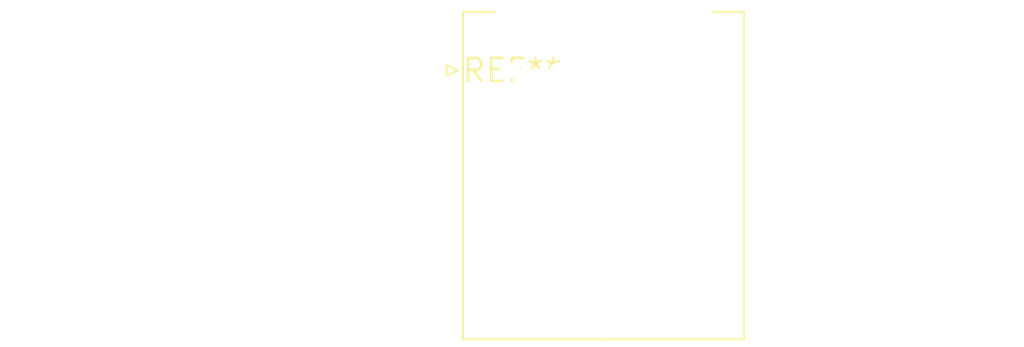
<source format=kicad_pcb>
(kicad_pcb (version 20240108) (generator pcbnew)
  (layers (0 "F.Cu" signal) (31 "B.Cu" signal) (34 "B.Paste" user) (35 "F.Paste" user) (36 "B.SilkS" user "B.Silkscreen") (37 "F.SilkS" user "F.Silkscreen") (38 "B.Mask" user) (39 "F.Mask" user) (44 "Edge.Cuts" user))
  (net 0 "")
  (footprint "JST_J2100_S10B-J21DK-GGXR_2x05_P2.50mm_Horizontal" (layer "F.Cu") (at 0 0)
    (property "Reference" "REF**")
    (property "Value" "JST_J2100_S10B-J21DK-GGXR_2x05_P2.50mm_Horizontal")
    (fp_line (start -3.6 -0.3) (end -3 0) (layer "F.SilkS") (stroke (width 0.12)))
    (fp_line (start -3.6 0.3) (end -3.6 -0.3) (layer "F.SilkS") (stroke (width 0.12)))
    (fp_line (start -3 0) (end -3.6 0.3) (layer "F.SilkS") (stroke (width 0.12)))
    (fp_line (start -2.71 -3.23) (end -2.71 14.79) (layer "F.SilkS") (stroke (width 0.12)))
    (fp_line (start -2.71 14.79) (end 5 14.79) (layer "F.SilkS") (stroke (width 0.12)))
    (fp_line (start -1 -3.23) (end -2.71 -3.23) (layer "F.SilkS") (stroke (width 0.12)))
    (fp_line (start 11 -3.23) (end 12.71 -3.23) (layer "F.SilkS") (stroke (width 0.12)))
    (fp_line (start 12.71 -3.23) (end 12.71 14.79) (layer "F.SilkS") (stroke (width 0.12)))
    (fp_line (start 12.71 14.79) (end 5 14.79) (layer "F.SilkS") (stroke (width 0.12)))
    (pad "" thru_hole circle (at 0 7) (size 3.4 3.4) (drill 2) (layers *.Cu *.Mask) (remove_unused_layers))
    (pad "" thru_hole circle (at 10 7) (size 3.4 3.4) (drill 2) (layers *.Cu *.Mask) (remove_unused_layers))
    (pad "1" thru_hole roundrect (at 0 0) (size 1.7 1.7) (drill 0.86) (layers *.Cu *.Mask) (remove_unused_layers) (roundrect_rratio 0.147059))
    (pad "2" thru_hole circle (at 2.5 0) (size 1.7 1.7) (drill 0.86) (layers *.Cu *.Mask) (remove_unused_layers))
    (pad "3" thru_hole circle (at 5 0) (size 1.7 1.7) (drill 0.86) (layers *.Cu *.Mask) (remove_unused_layers))
    (pad "4" thru_hole circle (at 7.5 0) (size 1.7 1.7) (drill 0.86) (layers *.Cu *.Mask) (remove_unused_layers))
    (pad "5" thru_hole circle (at 10 0) (size 1.7 1.7) (drill 0.86) (layers *.Cu *.Mask) (remove_unused_layers))
    (pad "6" thru_hole circle (at 0 -2.5) (size 1.7 1.7) (drill 0.86) (layers *.Cu *.Mask) (remove_unused_layers))
    (pad "7" thru_hole circle (at 2.5 -2.5) (size 1.7 1.7) (drill 0.86) (layers *.Cu *.Mask) (remove_unused_layers))
    (pad "8" thru_hole circle (at 5 -2.5) (size 1.7 1.7) (drill 0.86) (layers *.Cu *.Mask) (remove_unused_layers))
    (pad "9" thru_hole circle (at 7.5 -2.5) (size 1.7 1.7) (drill 0.86) (layers *.Cu *.Mask) (remove_unused_layers))
    (pad "10" thru_hole circle (at 10 -2.5) (size 1.7 1.7) (drill 0.86) (layers *.Cu *.Mask) (remove_unused_layers))
  )
)
</source>
